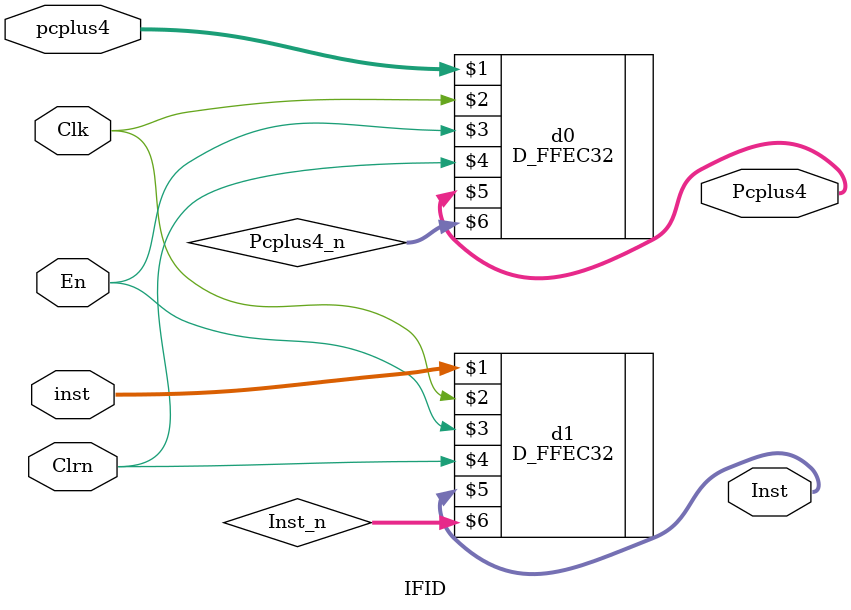
<source format=v>
`timescale 1ns / 1ps

module IFID(pcplus4,inst,Clk,En,Clrn,Pcplus4,Inst);
input Clk,En,Clrn;
input [31:0]pcplus4,inst;
output [31:0]Pcplus4,Inst;
wire [31:0]Pcplus4_n,Inst_n;
D_FFEC32 d0(pcplus4,Clk,En,Clrn,Pcplus4,Pcplus4_n);
D_FFEC32 d1(inst,Clk,En,Clrn,Inst,Inst_n);
endmodule

</source>
